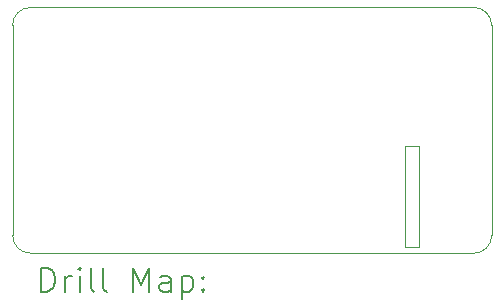
<source format=gbr>
%FSLAX45Y45*%
G04 Gerber Fmt 4.5, Leading zero omitted, Abs format (unit mm)*
G04 Created by KiCad (PCBNEW (5.99.0-10559-g8513ca974c)) date 2021-05-16 19:19:10*
%MOMM*%
%LPD*%
G01*
G04 APERTURE LIST*
%TA.AperFunction,Profile*%
%ADD10C,0.100000*%
%TD*%
%ADD11C,0.200000*%
G04 APERTURE END LIST*
D10*
X16530000Y-5716500D02*
X12773800Y-5716500D01*
X16680000Y-5866500D02*
X16680000Y-7646500D01*
X16530000Y-7796500D02*
X12773800Y-7796500D01*
X12623800Y-7646500D02*
X12623800Y-5866500D01*
X12773800Y-5716500D02*
G75*
G03*
X12623800Y-5866500I0J-150000D01*
G01*
X16680000Y-5866500D02*
G75*
G03*
X16530000Y-5716500I-150000J0D01*
G01*
X12773800Y-7796500D02*
G75*
G02*
X12623800Y-7646500I0J150000D01*
G01*
X16530000Y-7796500D02*
G75*
G03*
X16680000Y-7646500I0J150000D01*
G01*
X15945000Y-6892500D02*
X16065000Y-6892500D01*
X16065000Y-6892500D02*
X16065000Y-7746500D01*
X16065000Y-7746500D02*
X15945000Y-7746500D01*
X15945000Y-7746500D02*
X15945000Y-6892500D01*
D11*
X12866419Y-8121976D02*
X12866419Y-7921976D01*
X12914038Y-7921976D01*
X12942609Y-7931500D01*
X12961657Y-7950548D01*
X12971181Y-7969595D01*
X12980705Y-8007690D01*
X12980705Y-8036262D01*
X12971181Y-8074357D01*
X12961657Y-8093405D01*
X12942609Y-8112452D01*
X12914038Y-8121976D01*
X12866419Y-8121976D01*
X13066419Y-8121976D02*
X13066419Y-7988643D01*
X13066419Y-8026738D02*
X13075943Y-8007690D01*
X13085467Y-7998167D01*
X13104514Y-7988643D01*
X13123562Y-7988643D01*
X13190228Y-8121976D02*
X13190228Y-7988643D01*
X13190228Y-7921976D02*
X13180705Y-7931500D01*
X13190228Y-7941024D01*
X13199752Y-7931500D01*
X13190228Y-7921976D01*
X13190228Y-7941024D01*
X13314038Y-8121976D02*
X13294990Y-8112452D01*
X13285467Y-8093405D01*
X13285467Y-7921976D01*
X13418800Y-8121976D02*
X13399752Y-8112452D01*
X13390228Y-8093405D01*
X13390228Y-7921976D01*
X13647371Y-8121976D02*
X13647371Y-7921976D01*
X13714038Y-8064833D01*
X13780705Y-7921976D01*
X13780705Y-8121976D01*
X13961657Y-8121976D02*
X13961657Y-8017214D01*
X13952133Y-7998167D01*
X13933086Y-7988643D01*
X13894990Y-7988643D01*
X13875943Y-7998167D01*
X13961657Y-8112452D02*
X13942609Y-8121976D01*
X13894990Y-8121976D01*
X13875943Y-8112452D01*
X13866419Y-8093405D01*
X13866419Y-8074357D01*
X13875943Y-8055309D01*
X13894990Y-8045786D01*
X13942609Y-8045786D01*
X13961657Y-8036262D01*
X14056895Y-7988643D02*
X14056895Y-8188643D01*
X14056895Y-7998167D02*
X14075943Y-7988643D01*
X14114038Y-7988643D01*
X14133086Y-7998167D01*
X14142609Y-8007690D01*
X14152133Y-8026738D01*
X14152133Y-8083881D01*
X14142609Y-8102928D01*
X14133086Y-8112452D01*
X14114038Y-8121976D01*
X14075943Y-8121976D01*
X14056895Y-8112452D01*
X14237848Y-8102928D02*
X14247371Y-8112452D01*
X14237848Y-8121976D01*
X14228324Y-8112452D01*
X14237848Y-8102928D01*
X14237848Y-8121976D01*
X14237848Y-7998167D02*
X14247371Y-8007690D01*
X14237848Y-8017214D01*
X14228324Y-8007690D01*
X14237848Y-7998167D01*
X14237848Y-8017214D01*
M02*

</source>
